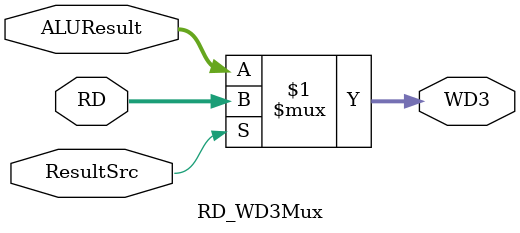
<source format=v>
module RD_WD3Mux(RD,ALUResult,ResultSrc,WD3);
input[31:0] RD,ALUResult;
input ResultSrc;
output[31:0] WD3;

assign WD3 = (ResultSrc) ? RD : ALUResult;

endmodule
</source>
